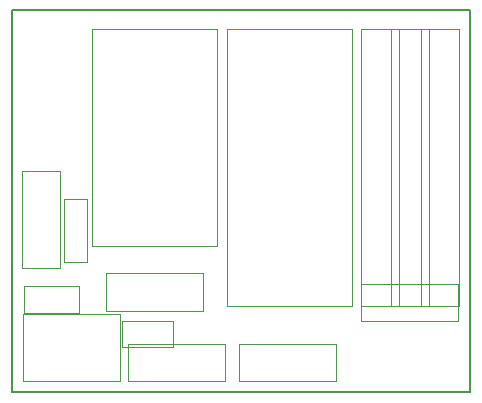
<source format=gbr>
G04 #@! TF.GenerationSoftware,KiCad,Pcbnew,(5.0.2)-1*
G04 #@! TF.CreationDate,2018-12-23T15:01:24+01:00*
G04 #@! TF.ProjectId,MutltiSwitch_Sw8,4d75746c-7469-4537-9769-7463685f5377,0.1*
G04 #@! TF.SameCoordinates,Original*
G04 #@! TF.FileFunction,Other,User*
%FSLAX46Y46*%
G04 Gerber Fmt 4.6, Leading zero omitted, Abs format (unit mm)*
G04 Created by KiCad (PCBNEW (5.0.2)-1) date 23/12/2018 15:01:24*
%MOMM*%
%LPD*%
G01*
G04 APERTURE LIST*
%ADD10C,0.150000*%
%ADD11C,0.050000*%
G04 APERTURE END LIST*
D10*
X133350000Y-120650000D02*
X133350000Y-88265000D01*
X172085000Y-120650000D02*
X172085000Y-88265000D01*
X172085000Y-88265000D02*
X133350000Y-88265000D01*
X133350000Y-120650000D02*
X172085000Y-120650000D01*
D11*
G04 #@! TO.C,P10*
X167945000Y-89840000D02*
X167945000Y-113340000D01*
X167945000Y-113340000D02*
X171145000Y-113340000D01*
X171145000Y-113340000D02*
X171145000Y-89840000D01*
X171145000Y-89840000D02*
X167945000Y-89840000D01*
G04 #@! TO.C,P7*
X165405000Y-89840000D02*
X165405000Y-113340000D01*
X165405000Y-113340000D02*
X168605000Y-113340000D01*
X168605000Y-113340000D02*
X168605000Y-89840000D01*
X168605000Y-89840000D02*
X165405000Y-89840000D01*
G04 #@! TO.C,IC1*
X140105000Y-89840000D02*
X140105000Y-108240000D01*
X140105000Y-108240000D02*
X150705000Y-108240000D01*
X150705000Y-108240000D02*
X150705000Y-89840000D01*
X150705000Y-89840000D02*
X140105000Y-89840000D01*
G04 #@! TO.C,P5*
X162865000Y-89840000D02*
X162865000Y-113340000D01*
X162865000Y-113340000D02*
X166065000Y-113340000D01*
X166065000Y-113340000D02*
X166065000Y-89840000D01*
X166065000Y-89840000D02*
X162865000Y-89840000D01*
G04 #@! TO.C,D1*
X139684000Y-109585000D02*
X137684000Y-109585000D01*
X137684000Y-109585000D02*
X137684000Y-104285000D01*
X137684000Y-104285000D02*
X139684000Y-104285000D01*
X139684000Y-104285000D02*
X139684000Y-109585000D01*
G04 #@! TO.C,IC2*
X151535000Y-89840000D02*
X151535000Y-113340000D01*
X151535000Y-113340000D02*
X162135000Y-113340000D01*
X162135000Y-113340000D02*
X162135000Y-89840000D01*
X162135000Y-89840000D02*
X151535000Y-89840000D01*
G04 #@! TO.C,P1*
X143180000Y-119710000D02*
X151380000Y-119710000D01*
X151380000Y-119710000D02*
X151380000Y-116510000D01*
X151380000Y-116510000D02*
X143180000Y-116510000D01*
X143180000Y-116510000D02*
X143180000Y-119710000D01*
G04 #@! TO.C,P2*
X134163000Y-101905000D02*
X134163000Y-110105000D01*
X134163000Y-110105000D02*
X137363000Y-110105000D01*
X137363000Y-110105000D02*
X137363000Y-101905000D01*
X137363000Y-101905000D02*
X134163000Y-101905000D01*
G04 #@! TO.C,P3*
X141275000Y-113741000D02*
X149475000Y-113741000D01*
X149475000Y-113741000D02*
X149475000Y-110541000D01*
X149475000Y-110541000D02*
X141275000Y-110541000D01*
X141275000Y-110541000D02*
X141275000Y-113741000D01*
G04 #@! TO.C,P4*
X162865000Y-114630000D02*
X171065000Y-114630000D01*
X171065000Y-114630000D02*
X171065000Y-111430000D01*
X171065000Y-111430000D02*
X162865000Y-111430000D01*
X162865000Y-111430000D02*
X162865000Y-114630000D01*
G04 #@! TO.C,D3*
X134302000Y-111626000D02*
X139002000Y-111626000D01*
X139002000Y-111626000D02*
X139002000Y-113926000D01*
X139002000Y-113926000D02*
X134302000Y-113926000D01*
X134302000Y-111626000D02*
X134302000Y-113926000D01*
G04 #@! TO.C,P8*
X152578000Y-119710000D02*
X160778000Y-119710000D01*
X160778000Y-119710000D02*
X160778000Y-116510000D01*
X160778000Y-116510000D02*
X152578000Y-116510000D01*
X152578000Y-116510000D02*
X152578000Y-119710000D01*
G04 #@! TO.C,R4*
X146930000Y-116807000D02*
X142630000Y-116807000D01*
X146930000Y-116807000D02*
X146930000Y-114597000D01*
X142630000Y-114597000D02*
X142630000Y-116807000D01*
X142630000Y-114597000D02*
X146930000Y-114597000D01*
G04 #@! TO.C,P9*
X134290000Y-119710000D02*
X142490000Y-119710000D01*
X142490000Y-119710000D02*
X142490000Y-114010000D01*
X142490000Y-114010000D02*
X134290000Y-114010000D01*
X134290000Y-114010000D02*
X134290000Y-119710000D01*
G04 #@! TD*
M02*

</source>
